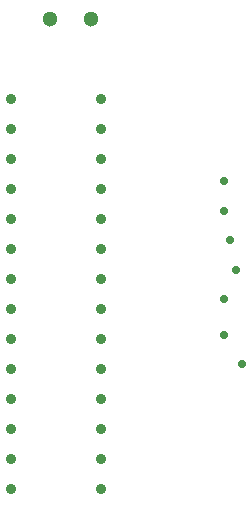
<source format=gbr>
%TF.GenerationSoftware,Altium Limited,Altium Designer,22.1.2 (22)*%
G04 Layer_Color=0*
%FSLAX26Y26*%
%MOIN*%
%TF.SameCoordinates,2995F0C5-4C3E-44F3-91CA-E5D3315D7569*%
%TF.FilePolarity,Positive*%
%TF.FileFunction,Plated,1,2,PTH,Drill*%
%TF.Part,Single*%
G01*
G75*
%TA.AperFunction,ComponentDrill*%
%ADD34C,0.051181*%
%ADD35C,0.035433*%
%TA.AperFunction,ViaDrill,NotFilled*%
%ADD36C,0.028000*%
D34*
X3946850Y3374016D02*
D03*
X3809055D02*
D03*
D35*
X3980000Y1810000D02*
D03*
Y1910000D02*
D03*
Y2010000D02*
D03*
Y2110000D02*
D03*
Y2210000D02*
D03*
Y2310000D02*
D03*
Y2410000D02*
D03*
Y2510000D02*
D03*
Y2610000D02*
D03*
Y2710000D02*
D03*
Y2810000D02*
D03*
Y2910000D02*
D03*
Y3010000D02*
D03*
Y3110000D02*
D03*
X3680000Y1810000D02*
D03*
Y1910000D02*
D03*
Y2010000D02*
D03*
Y2110000D02*
D03*
Y2210000D02*
D03*
Y2310000D02*
D03*
Y2410000D02*
D03*
Y2510000D02*
D03*
Y2610000D02*
D03*
Y2710000D02*
D03*
Y2810000D02*
D03*
Y2910000D02*
D03*
Y3010000D02*
D03*
Y3110000D02*
D03*
D36*
X4389764Y2834646D02*
D03*
Y2736220D02*
D03*
X4409449Y2637795D02*
D03*
X4429134Y2539370D02*
D03*
X4389764Y2440945D02*
D03*
Y2322835D02*
D03*
X4448819Y2224409D02*
D03*
%TF.MD5,93ae91a44d35ee6ebd5964ef4fe76f4a*%
M02*

</source>
